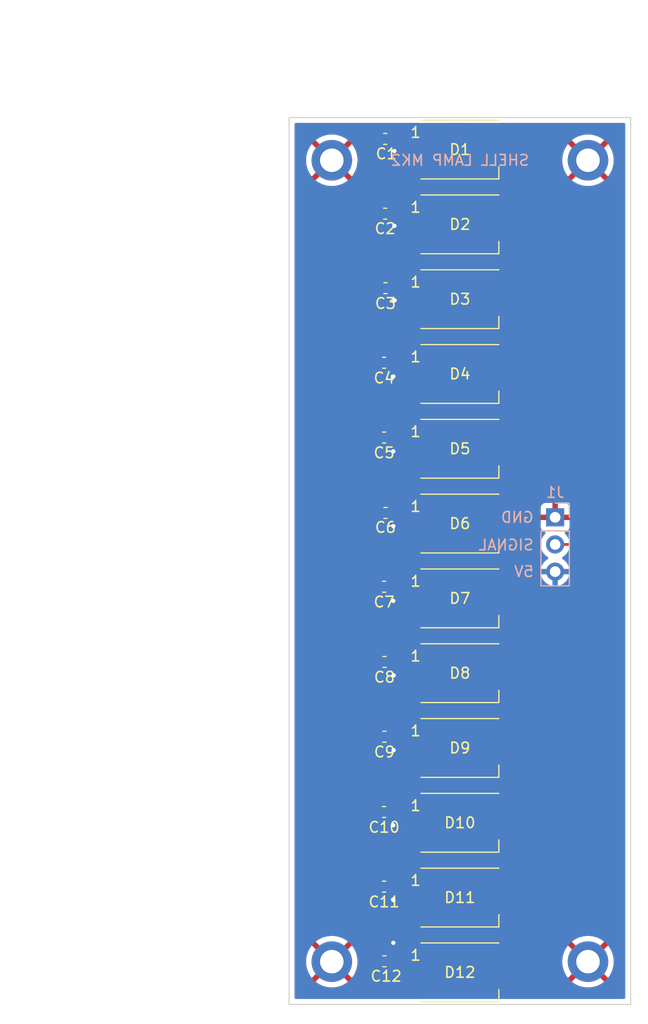
<source format=kicad_pcb>
(kicad_pcb (version 20211014) (generator pcbnew)
  (layers (0 "F.Cu" signal) (31 "B.Cu" signal) (34 "B.Paste" user) (35 "F.Paste" user) (36 "B.SilkS" user "B.Silkscreen") (37 "F.SilkS" user "F.Silkscreen") (38 "B.Mask" user) (39 "F.Mask" user) (44 "Edge.Cuts" user))
  (net 0 "")
  (net 1 "Net-(D1-Pad2)")
  (net 2 "+5V")
  (net 3 "GND")
  (net 4 "Net-(D10-Pad2)")
  (net 5 "Net-(D1-Pad4)")
  (net 6 "Net-(D2-Pad2)")
  (net 7 "Net-(D3-Pad2)")
  (net 8 "Net-(D4-Pad2)")
  (net 9 "Net-(D5-Pad2)")
  (net 10 "Net-(D6-Pad2)")
  (net 11 "Net-(D7-Pad2)")
  (net 12 "Net-(D8-Pad2)")
  (net 13 "Net-(D10-Pad4)")
  (net 14 "Net-(D11-Pad2)")
  (footprint "" (layer "F.Cu") (at 142.3 69.18)
    (fp_text reference "" (at 0 0) (layer "F.SilkS") (effects (font (size 1.27 1.27))))
    (fp_text value "" (at 0 0) (layer "F.SilkS") (effects (font (size 1.27 1.27))))
    (pad "1" thru_hole circle locked (at 0 0) (size 3.8 3.8) (drill 2.2) (layers *.Cu *.Mask) (net 3 "GND"))
  )
  (footprint "LED_SMD:LED_WS2812B_PLCC4_5.0x5.0mm_P3.2mm" (layer "F.Cu") (at 130.3 124.18)
    (fp_text reference "D9" (at 0 0) (layer "F.SilkS"))
    (fp_text value "WS2812B")
    (fp_text user "1" (at -4.15 -1.6) (layer "F.SilkS"))
    (fp_line (start -3.65 -2.75) (end 3.65 -2.75) (layer "F.SilkS") (width 0.12))
    (fp_line (start 3.65 2.75) (end 3.65 1.6) (layer "F.SilkS") (width 0.12))
    (fp_line (start -3.65 2.75) (end 3.65 2.75) (layer "F.SilkS") (width 0.12))
    (pad "1" smd rect (at -2.45 -1.6) (size 1.5 1) (layers "F.Cu" "F.Paste" "F.Mask") (net 2 "+5V"))
    (pad "2" smd rect (at -2.45 1.6) (size 1.5 1) (layers "F.Cu" "F.Paste" "F.Mask") (net 13 "Net-(D10-Pad4)"))
    (pad "3" smd rect (at 2.45 1.6) (size 1.5 1) (layers "F.Cu" "F.Paste" "F.Mask") (net 3 "GND"))
    (pad "4" smd rect (at 2.45 -1.6) (size 1.5 1) (layers "F.Cu" "F.Paste" "F.Mask") (net 12 "Net-(D8-Pad2)"))
  )
  (footprint "LED_SMD:LED_WS2812B_PLCC4_5.0x5.0mm_P3.2mm" (layer "F.Cu") (at 130.3 103.18)
    (fp_text reference "D6" (at 0 0) (layer "F.SilkS"))
    (fp_text value "WS2812B")
    (fp_text user "1" (at -4.15 -1.6) (layer "F.SilkS"))
    (fp_line (start 3.65 2.75) (end 3.65 1.6) (layer "F.SilkS") (width 0.12))
    (fp_line (start -3.65 2.75) (end 3.65 2.75) (layer "F.SilkS") (width 0.12))
    (fp_line (start -3.65 -2.75) (end 3.65 -2.75) (layer "F.SilkS") (width 0.12))
    (pad "1" smd rect (at -2.45 -1.6) (size 1.5 1) (layers "F.Cu" "F.Paste" "F.Mask") (net 2 "+5V"))
    (pad "2" smd rect (at -2.45 1.6) (size 1.5 1) (layers "F.Cu" "F.Paste" "F.Mask") (net 10 "Net-(D6-Pad2)"))
    (pad "3" smd rect (at 2.45 1.6) (size 1.5 1) (layers "F.Cu" "F.Paste" "F.Mask") (net 3 "GND"))
    (pad "4" smd rect (at 2.45 -1.6) (size 1.5 1) (layers "F.Cu" "F.Paste" "F.Mask") (net 9 "Net-(D5-Pad2)"))
  )
  (footprint "LED_SMD:LED_WS2812B_PLCC4_5.0x5.0mm_P3.2mm" (layer "F.Cu") (at 130.3 145.18)
    (fp_text reference "D12" (at 0 0) (layer "F.SilkS"))
    (fp_text value "WS2812B")
    (fp_text user "1" (at -4.15 -1.6) (layer "F.SilkS"))
    (fp_line (start -3.65 2.75) (end 3.65 2.75) (layer "F.SilkS") (width 0.12))
    (fp_line (start -3.65 -2.75) (end 3.65 -2.75) (layer "F.SilkS") (width 0.12))
    (fp_line (start 3.65 2.75) (end 3.65 1.6) (layer "F.SilkS") (width 0.12))
    (pad "1" smd rect (at -2.45 -1.6) (size 1.5 1) (layers "F.Cu" "F.Paste" "F.Mask") (net 2 "+5V"))
    (pad "2" smd rect (at -2.45 1.6) (size 1.5 1) (layers "F.Cu" "F.Paste" "F.Mask"))
    (pad "3" smd rect (at 2.45 1.6) (size 1.5 1) (layers "F.Cu" "F.Paste" "F.Mask") (net 3 "GND"))
    (pad "4" smd rect (at 2.45 -1.6) (size 1.5 1) (layers "F.Cu" "F.Paste" "F.Mask") (net 14 "Net-(D11-Pad2)"))
  )
  (footprint "Capacitor_SMD:C_0603_1608Metric_Pad1.08x0.95mm_HandSolder" (layer "F.Cu") (at 123.3265 81.15 180)
    (fp_text reference "C3" (at 0 -1.43) (layer "F.SilkS"))
    (fp_text value "C")
    (fp_line (start -0.146267 0.51) (end 0.146267 0.51) (layer "F.SilkS") (width 0.12))
    (fp_line (start -0.146267 -0.51) (end 0.146267 -0.51) (layer "F.SilkS") (width 0.12))
    (pad "1" smd roundrect (at -0.8625 0 180) (size 1.075 0.95) (layers "F.Cu" "F.Paste" "F.Mask") (net 2 "+5V"))
    (pad "2" smd roundrect (at 0.8625 0 180) (size 1.075 0.95) (layers "F.Cu" "F.Paste" "F.Mask") (net 3 "GND"))
  )
  (footprint "Capacitor_SMD:C_0603_1608Metric_Pad1.08x0.95mm_HandSolder" (layer "F.Cu") (at 123.2315 123.129 180)
    (fp_text reference "C9" (at 0 -1.43) (layer "F.SilkS"))
    (fp_text value "C")
    (fp_line (start -0.146267 -0.51) (end 0.146267 -0.51) (layer "F.SilkS") (width 0.12))
    (fp_line (start -0.146267 0.51) (end 0.146267 0.51) (layer "F.SilkS") (width 0.12))
    (pad "1" smd roundrect (at -0.8625 0 180) (size 1.075 0.95) (layers "F.Cu" "F.Paste" "F.Mask") (net 2 "+5V"))
    (pad "2" smd roundrect (at 0.8625 0 180) (size 1.075 0.95) (layers "F.Cu" "F.Paste" "F.Mask") (net 3 "GND"))
  )
  (footprint "LED_SMD:LED_WS2812B_PLCC4_5.0x5.0mm_P3.2mm" (layer "F.Cu") (at 130.3 131.18)
    (fp_text reference "D10" (at 0 0) (layer "F.SilkS"))
    (fp_text value "WS2812B")
    (fp_text user "1" (at -4.15 -1.6) (layer "F.SilkS"))
    (fp_line (start 3.65 2.75) (end 3.65 1.6) (layer "F.SilkS") (width 0.12))
    (fp_line (start -3.65 2.75) (end 3.65 2.75) (layer "F.SilkS") (width 0.12))
    (fp_line (start -3.65 -2.75) (end 3.65 -2.75) (layer "F.SilkS") (width 0.12))
    (pad "1" smd rect (at -2.45 -1.6) (size 1.5 1) (layers "F.Cu" "F.Paste" "F.Mask") (net 2 "+5V"))
    (pad "2" smd rect (at -2.45 1.6) (size 1.5 1) (layers "F.Cu" "F.Paste" "F.Mask") (net 4 "Net-(D10-Pad2)"))
    (pad "3" smd rect (at 2.45 1.6) (size 1.5 1) (layers "F.Cu" "F.Paste" "F.Mask") (net 3 "GND"))
    (pad "4" smd rect (at 2.45 -1.6) (size 1.5 1) (layers "F.Cu" "F.Paste" "F.Mask") (net 13 "Net-(D10-Pad4)"))
  )
  (footprint "Capacitor_SMD:C_0603_1608Metric_Pad1.08x0.95mm_HandSolder" (layer "F.Cu") (at 123.1995 88.129 180)
    (fp_text reference "C4" (at 0 -1.43) (layer "F.SilkS"))
    (fp_text value "C")
    (fp_line (start -0.146267 -0.51) (end 0.146267 -0.51) (layer "F.SilkS") (width 0.12))
    (fp_line (start -0.146267 0.51) (end 0.146267 0.51) (layer "F.SilkS") (width 0.12))
    (pad "1" smd roundrect (at -0.8625 0 180) (size 1.075 0.95) (layers "F.Cu" "F.Paste" "F.Mask") (net 2 "+5V"))
    (pad "2" smd roundrect (at 0.8625 0 180) (size 1.075 0.95) (layers "F.Cu" "F.Paste" "F.Mask") (net 3 "GND"))
  )
  (footprint "Capacitor_SMD:C_0603_1608Metric_Pad1.08x0.95mm_HandSolder" (layer "F.Cu") (at 123.1995 109.09 180)
    (fp_text reference "C7" (at 0 -1.43) (layer "F.SilkS"))
    (fp_text value "C")
    (fp_line (start -0.146267 0.51) (end 0.146267 0.51) (layer "F.SilkS") (width 0.12))
    (fp_line (start -0.146267 -0.51) (end 0.146267 -0.51) (layer "F.SilkS") (width 0.12))
    (pad "1" smd roundrect (at -0.8625 0 180) (size 1.075 0.95) (layers "F.Cu" "F.Paste" "F.Mask") (net 2 "+5V"))
    (pad "2" smd roundrect (at 0.8625 0 180) (size 1.075 0.95) (layers "F.Cu" "F.Paste" "F.Mask") (net 3 "GND"))
  )
  (footprint "LED_SMD:LED_WS2812B_PLCC4_5.0x5.0mm_P3.2mm" (layer "F.Cu") (at 130.3 75.18)
    (fp_text reference "D2" (at 0 0) (layer "F.SilkS"))
    (fp_text value "WS2812B")
    (fp_text user "1" (at -4.15 -1.6) (layer "F.SilkS"))
    (fp_line (start -3.65 2.75) (end 3.65 2.75) (layer "F.SilkS") (width 0.12))
    (fp_line (start 3.65 2.75) (end 3.65 1.6) (layer "F.SilkS") (width 0.12))
    (fp_line (start -3.65 -2.75) (end 3.65 -2.75) (layer "F.SilkS") (width 0.12))
    (pad "1" smd rect (at -2.45 -1.6) (size 1.5 1) (layers "F.Cu" "F.Paste" "F.Mask") (net 2 "+5V"))
    (pad "2" smd rect (at -2.45 1.6) (size 1.5 1) (layers "F.Cu" "F.Paste" "F.Mask") (net 6 "Net-(D2-Pad2)"))
    (pad "3" smd rect (at 2.45 1.6) (size 1.5 1) (layers "F.Cu" "F.Paste" "F.Mask") (net 3 "GND"))
    (pad "4" smd rect (at 2.45 -1.6) (size 1.5 1) (layers "F.Cu" "F.Paste" "F.Mask") (net 1 "Net-(D1-Pad2)"))
  )
  (footprint "LED_SMD:LED_WS2812B_PLCC4_5.0x5.0mm_P3.2mm" (layer "F.Cu") (at 130.3 82.18)
    (fp_text reference "D3" (at 0 0) (layer "F.SilkS"))
    (fp_text value "WS2812B")
    (fp_text user "1" (at -4.15 -1.6) (layer "F.SilkS"))
    (fp_line (start -3.65 2.75) (end 3.65 2.75) (layer "F.SilkS") (width 0.12))
    (fp_line (start -3.65 -2.75) (end 3.65 -2.75) (layer "F.SilkS") (width 0.12))
    (fp_line (start 3.65 2.75) (end 3.65 1.6) (layer "F.SilkS") (width 0.12))
    (pad "1" smd rect (at -2.45 -1.6) (size 1.5 1) (layers "F.Cu" "F.Paste" "F.Mask") (net 2 "+5V"))
    (pad "2" smd rect (at -2.45 1.6) (size 1.5 1) (layers "F.Cu" "F.Paste" "F.Mask") (net 7 "Net-(D3-Pad2)"))
    (pad "3" smd rect (at 2.45 1.6) (size 1.5 1) (layers "F.Cu" "F.Paste" "F.Mask") (net 3 "GND"))
    (pad "4" smd rect (at 2.45 -1.6) (size 1.5 1) (layers "F.Cu" "F.Paste" "F.Mask") (net 6 "Net-(D2-Pad2)"))
  )
  (footprint "Capacitor_SMD:C_0603_1608Metric_Pad1.08x0.95mm_HandSolder" (layer "F.Cu") (at 123.3 74.18 180)
    (fp_text reference "C2" (at 0 -1.397) (layer "F.SilkS"))
    (fp_text value "C")
    (fp_line (start -0.146267 -0.51) (end 0.146267 -0.51) (layer "F.SilkS") (width 0.12))
    (fp_line (start -0.146267 0.51) (end 0.146267 0.51) (layer "F.SilkS") (width 0.12))
    (pad "1" smd roundrect (at -0.8625 0 180) (size 1.075 0.95) (layers "F.Cu" "F.Paste" "F.Mask") (net 2 "+5V"))
    (pad "2" smd roundrect (at 0.8625 0 180) (size 1.075 0.95) (layers "F.Cu" "F.Paste" "F.Mask") (net 3 "GND"))
  )
  (footprint "Capacitor_SMD:C_0603_1608Metric_Pad1.08x0.95mm_HandSolder" (layer "F.Cu") (at 123.1995 95.129 180)
    (fp_text reference "C5" (at 0 -1.43) (layer "F.SilkS"))
    (fp_text value "C")
    (fp_line (start -0.146267 0.51) (end 0.146267 0.51) (layer "F.SilkS") (width 0.12))
    (fp_line (start -0.146267 -0.51) (end 0.146267 -0.51) (layer "F.SilkS") (width 0.12))
    (pad "1" smd roundrect (at -0.8625 0 180) (size 1.075 0.95) (layers "F.Cu" "F.Paste" "F.Mask") (net 2 "+5V"))
    (pad "2" smd roundrect (at 0.8625 0 180) (size 1.075 0.95) (layers "F.Cu" "F.Paste" "F.Mask") (net 3 "GND"))
  )
  (footprint "Capacitor_SMD:C_0603_1608Metric_Pad1.08x0.95mm_HandSolder" (layer "F.Cu") (at 123.3265 102.187258 180)
    (fp_text reference "C6" (at 0 -1.352258) (layer "F.SilkS"))
    (fp_text value "C")
    (fp_line (start -0.146267 0.51) (end 0.146267 0.51) (layer "F.SilkS") (width 0.12))
    (fp_line (start -0.146267 -0.51) (end 0.146267 -0.51) (layer "F.SilkS") (width 0.12))
    (pad "1" smd roundrect (at -0.8625 0 180) (size 1.075 0.95) (layers "F.Cu" "F.Paste" "F.Mask") (net 2 "+5V"))
    (pad "2" smd roundrect (at 0.8625 0 180) (size 1.075 0.95) (layers "F.Cu" "F.Paste" "F.Mask") (net 3 "GND"))
  )
  (footprint "LED_SMD:LED_WS2812B_PLCC4_5.0x5.0mm_P3.2mm" (layer "F.Cu") (at 130.3 138.18)
    (fp_text reference "D11" (at 0 0) (layer "F.SilkS"))
    (fp_text value "WS2812B")
    (fp_text user "1" (at -4.15 -1.6) (layer "F.SilkS"))
    (fp_line (start -3.65 -2.75) (end 3.65 -2.75) (layer "F.SilkS") (width 0.12))
    (fp_line (start 3.65 2.75) (end 3.65 1.6) (layer "F.SilkS") (width 0.12))
    (fp_line (start -3.65 2.75) (end 3.65 2.75) (layer "F.SilkS") (width 0.12))
    (pad "1" smd rect (at -2.45 -1.6) (size 1.5 1) (layers "F.Cu" "F.Paste" "F.Mask") (net 2 "+5V"))
    (pad "2" smd rect (at -2.45 1.6) (size 1.5 1) (layers "F.Cu" "F.Paste" "F.Mask") (net 14 "Net-(D11-Pad2)"))
    (pad "3" smd rect (at 2.45 1.6) (size 1.5 1) (layers "F.Cu" "F.Paste" "F.Mask") (net 3 "GND"))
    (pad "4" smd rect (at 2.45 -1.6) (size 1.5 1) (layers "F.Cu" "F.Paste" "F.Mask") (net 4 "Net-(D10-Pad2)"))
  )
  (footprint "LED_SMD:LED_WS2812B_PLCC4_5.0x5.0mm_P3.2mm" (layer "F.Cu") (at 130.3 117.18)
    (fp_text reference "D8" (at 0 0) (layer "F.SilkS"))
    (fp_text value "WS2812B")
    (fp_text user "1" (at -4.15 -1.6) (layer "F.SilkS"))
    (fp_line (start -3.65 -2.75) (end 3.65 -2.75) (layer "F.SilkS") (width 0.12))
    (fp_line (start 3.65 2.75) (end 3.65 1.6) (layer "F.SilkS") (width 0.12))
    (fp_line (start -3.65 2.75) (end 3.65 2.75) (layer "F.SilkS") (width 0.12))
    (pad "1" smd rect (at -2.45 -1.6) (size 1.5 1) (layers "F.Cu" "F.Paste" "F.Mask") (net 2 "+5V"))
    (pad "2" smd rect (at -2.45 1.6) (size 1.5 1) (layers "F.Cu" "F.Paste" "F.Mask") (net 12 "Net-(D8-Pad2)"))
    (pad "3" smd rect (at 2.45 1.6) (size 1.5 1) (layers "F.Cu" "F.Paste" "F.Mask") (net 3 "GND"))
    (pad "4" smd rect (at 2.45 -1.6) (size 1.5 1) (layers "F.Cu" "F.Paste" "F.Mask") (net 11 "Net-(D7-Pad2)"))
  )
  (footprint "Capacitor_SMD:C_0603_1608Metric_Pad1.08x0.95mm_HandSolder" (layer "F.Cu") (at 123.2315 116.129 180)
    (fp_text reference "C8" (at 0 -1.43) (layer "F.SilkS"))
    (fp_text value "C")
    (fp_line (start -0.146267 0.51) (end 0.146267 0.51) (layer "F.SilkS") (width 0.12))
    (fp_line (start -0.146267 -0.51) (end 0.146267 -0.51) (layer "F.SilkS") (width 0.12))
    (pad "1" smd roundrect (at -0.8625 0 180) (size 1.075 0.95) (layers "F.Cu" "F.Paste" "F.Mask") (net 2 "+5V"))
    (pad "2" smd roundrect (at 0.8625 0 180) (size 1.075 0.95) (layers "F.Cu" "F.Paste" "F.Mask") (net 3 "GND"))
  )
  (footprint "Capacitor_SMD:C_0603_1608Metric_Pad1.08x0.95mm_HandSolder" (layer "F.Cu") (at 123.3 67.18 180)
    (fp_text reference "C1" (at -0.1005 -1.397) (layer "F.SilkS"))
    (fp_text value "C")
    (fp_line (start -0.146267 0.51) (end 0.146267 0.51) (layer "F.SilkS") (width 0.12))
    (fp_line (start -0.146267 -0.51) (end 0.146267 -0.51) (layer "F.SilkS") (width 0.12))
    (pad "1" smd roundrect (at -0.8625 0 180) (size 1.075 0.95) (layers "F.Cu" "F.Paste" "F.Mask") (net 2 "+5V"))
    (pad "2" smd roundrect (at 0.8625 0 180) (size 1.075 0.95) (layers "F.Cu" "F.Paste" "F.Mask") (net 3 "GND"))
  )
  (footprint "Capacitor_SMD:C_0603_1608Metric_Pad1.08x0.95mm_HandSolder" (layer "F.Cu") (at 123.1995 130.172 180)
    (fp_text reference "C10" (at 0 -1.43) (layer "F.SilkS"))
    (fp_text value "C")
    (fp_line (start -0.146267 -0.51) (end 0.146267 -0.51) (layer "F.SilkS") (width 0.12))
    (fp_line (start -0.146267 0.51) (end 0.146267 0.51) (layer "F.SilkS") (width 0.12))
    (pad "1" smd roundrect (at -0.8625 0 180) (size 1.075 0.95) (layers "F.Cu" "F.Paste" "F.Mask") (net 2 "+5V"))
    (pad "2" smd roundrect (at 0.8625 0 180) (size 1.075 0.95) (layers "F.Cu" "F.Paste" "F.Mask") (net 3 "GND"))
  )
  (footprint "LED_SMD:LED_WS2812B_PLCC4_5.0x5.0mm_P3.2mm" (layer "F.Cu") (at 130.3 89.18)
    (fp_text reference "D4" (at 0 0) (layer "F.SilkS"))
    (fp_text value "WS2812B")
    (fp_text user "1" (at -4.15 -1.6) (layer "F.SilkS"))
    (fp_line (start -3.65 -2.75) (end 3.65 -2.75) (layer "F.SilkS") (width 0.12))
    (fp_line (start -3.65 2.75) (end 3.65 2.75) (layer "F.SilkS") (width 0.12))
    (fp_line (start 3.65 2.75) (end 3.65 1.6) (layer "F.SilkS") (width 0.12))
    (pad "1" smd rect (at -2.45 -1.6) (size 1.5 1) (layers "F.Cu" "F.Paste" "F.Mask") (net 2 "+5V"))
    (pad "2" smd rect (at -2.45 1.6) (size 1.5 1) (layers "F.Cu" "F.Paste" "F.Mask") (net 8 "Net-(D4-Pad2)"))
    (pad "3" smd rect (at 2.45 1.6) (size 1.5 1) (layers "F.Cu" "F.Paste" "F.Mask") (net 3 "GND"))
    (pad "4" smd rect (at 2.45 -1.6) (size 1.5 1) (layers "F.Cu" "F.Paste" "F.Mask") (net 7 "Net-(D3-Pad2)"))
  )
  (footprint "LED_SMD:LED_WS2812B_PLCC4_5.0x5.0mm_P3.2mm" (layer "F.Cu") (at 130.3 68.18)
    (fp_text reference "D1" (at 0 0) (layer "F.SilkS"))
    (fp_text value "WS2812B")
    (fp_text user "1" (at -4.15 -1.6) (layer "F.SilkS"))
    (fp_line (start -3.65 -2.75) (end 3.65 -2.75) (layer "F.SilkS") (width 0.12))
    (fp_line (start 3.65 2.75) (end 3.65 1.6) (layer "F.SilkS") (width 0.12))
    (fp_line (start -3.65 2.75) (end 3.65 2.75) (layer "F.SilkS") (width 0.12))
    (pad "1" smd rect (at -2.45 -1.6) (size 1.5 1) (layers "F.Cu" "F.Paste" "F.Mask") (net 2 "+5V"))
    (pad "2" smd rect (at -2.45 1.6) (size 1.5 1) (layers "F.Cu" "F.Paste" "F.Mask") (net 1 "Net-(D1-Pad2)"))
    (pad "3" smd rect (at 2.45 1.6) (size 1.5 1) (layers "F.Cu" "F.Paste" "F.Mask") (net 3 "GND"))
    (pad "4" smd rect (at 2.45 -1.6) (size 1.5 1) (layers "F.Cu" "F.Paste" "F.Mask") (net 5 "Net-(D1-Pad4)"))
  )
  (footprint "LED_SMD:LED_WS2812B_PLCC4_5.0x5.0mm_P3.2mm" (layer "F.Cu") (at 130.3 96.18)
    (fp_text reference "D5" (at 0 0) (layer "F.SilkS"))
    (fp_text value "WS2812B")
    (fp_text user "1" (at -4.15 -1.6) (layer "F.SilkS"))
    (fp_line (start -3.65 2.75) (end 3.65 2.75) (layer "F.SilkS") (width 0.12))
    (fp_line (start -3.65 -2.75) (end 3.65 -2.75) (layer "F.SilkS") (width 0.12))
    (fp_line (start 3.65 2.75) (end 3.65 1.6) (layer "F.SilkS") (width 0.12))
    (pad "1" smd rect (at -2.45 -1.6) (size 1.5 1) (layers "F.Cu" "F.Paste" "F.Mask") (net 2 "+5V"))
    (pad "2" smd rect (at -2.45 1.6) (size 1.5 1) (layers "F.Cu" "F.Paste" "F.Mask") (net 9 "Net-(D5-Pad2)"))
    (pad "3" smd rect (at 2.45 1.6) (size 1.5 1) (layers "F.Cu" "F.Paste" "F.Mask") (net 3 "GND"))
    (pad "4" smd rect (at 2.45 -1.6) (size 1.5 1) (layers "F.Cu" "F.Paste" "F.Mask") (net 8 "Net-(D4-Pad2)"))
  )
  (footprint "Capacitor_SMD:C_0603_1608Metric_Pad1.08x0.95mm_HandSolder" (layer "F.Cu") (at 123.2315 144.142 180)
    (fp_text reference "C12" (at -0.159 -1.397) (layer "F.SilkS"))
    (fp_text value "C")
    (fp_line (start -0.146267 -0.51) (end 0.146267 -0.51) (layer "F.SilkS") (width 0.12))
    (fp_line (start -0.146267 0.51) (end 0.146267 0.51) (layer "F.SilkS") (width 0.12))
    (pad "1" smd roundrect (at -0.8625 0 180) (size 1.075 0.95) (layers "F.Cu" "F.Paste" "F.Mask") (net 2 "+5V"))
    (pad "2" smd roundrect (at 0.8625 0 180) (size 1.075 0.95) (layers "F.Cu" "F.Paste" "F.Mask") (net 3 "GND"))
  )
  (footprint "" (layer "F.Cu") (at 118.3 144.18)
    (fp_text reference "" (at 0 0) (layer "F.SilkS") (effects (font (size 1.27 1.27))))
    (fp_text value "" (at 0 0) (layer "F.SilkS") (effects (font (size 1.27 1.27))))
    (pad "1" thru_hole circle locked (at 0 0) (size 3.8 3.8) (drill 2.2) (layers *.Cu *.Mask) (net 3 "GND"))
  )
  (footprint "" (layer "F.Cu") (at 142.3 144.18)
    (fp_text reference "" (at 0 0) (layer "F.SilkS") (effects (font (size 1.27 1.27))))
    (fp_text value "" (at 0 0) (layer "F.SilkS") (effects (font (size 1.27 1.27))))
    (pad "1" thru_hole circle locked (at 0 0) (size 3.8 3.8) (drill 2.2) (layers *.Cu *.Mask) (net 3 "GND"))
  )
  (footprint "Capacitor_SMD:C_0603_1608Metric_Pad1.08x0.95mm_HandSolder" (layer "F.Cu") (at 123.1995 137.157 180)
    (fp_text reference "C11" (at 0 -1.43) (layer "F.SilkS"))
    (fp_text value "C")
    (fp_line (start -0.146267 -0.51) (end 0.146267 -0.51) (layer "F.SilkS") (width 0.12))
    (fp_line (start -0.146267 0.51) (end 0.146267 0.51) (layer "F.SilkS") (width 0.12))
    (pad "1" smd roundrect (at -0.8625 0 180) (size 1.075 0.95) (layers "F.Cu" "F.Paste" "F.Mask") (net 2 "+5V"))
    (pad "2" smd roundrect (at 0.8625 0 180) (size 1.075 0.95) (layers "F.Cu" "F.Paste" "F.Mask") (net 3 "GND"))
  )
  (footprint "" (layer "F.Cu") (at 118.3 69.18)
    (fp_text reference "" (at 0 0) (layer "F.SilkS") (effects (font (size 1.27 1.27))))
    (fp_text value "" (at 0 0) (layer "F.SilkS") (effects (font (size 1.27 1.27))))
    (pad "1" thru_hole circle locked (at 0 0) (size 3.8 3.8) (drill 2.2) (layers *.Cu *.Mask) (net 3 "GND"))
  )
  (footprint "LED_SMD:LED_WS2812B_PLCC4_5.0x5.0mm_P3.2mm" (layer "F.Cu") (at 130.3 110.18)
    (fp_text reference "D7" (at 0 0) (layer "F.SilkS"))
    (fp_text value "WS2812B")
    (fp_text user "1" (at -4.15 -1.6) (layer "F.SilkS"))
    (fp_line (start 3.65 2.75) (end 3.65 1.6) (layer "F.SilkS") (width 0.12))
    (fp_line (start -3.65 2.75) (end 3.65 2.75) (layer "F.SilkS") (width 0.12))
    (fp_line (start -3.65 -2.75) (end 3.65 -2.75) (layer "F.SilkS") (width 0.12))
    (pad "1" smd rect (at -2.45 -1.6) (size 1.5 1) (layers "F.Cu" "F.Paste" "F.Mask") (net 2 "+5V"))
    (pad "2" smd rect (at -2.45 1.6) (size 1.5 1) (layers "F.Cu" "F.Paste" "F.Mask") (net 11 "Net-(D7-Pad2)"))
    (pad "3" smd rect (at 2.45 1.6) (size 1.5 1) (layers "F.Cu" "F.Paste" "F.Mask") (net 3 "GND"))
    (pad "4" smd rect (at 2.45 -1.6) (size 1.5 1) (layers "F.Cu" "F.Paste" "F.Mask") (net 10 "Net-(D6-Pad2)"))
  )
  (footprint "Connector_PinHeader_2.54mm:PinHeader_1x03_P2.54mm_Vertical" (layer "B.Cu") (at 139.222 102.597 180)
    (fp_text reference "J1" (at 0 2.33) (layer "B.SilkS") (effects (justify mirror)))
    (fp_text value "Conn_01x03_Female")
    (fp_line (start -1.33 1.33) (end 0 1.33) (layer "B.SilkS") (width 0.12))
    (fp_line (start -1.33 -6.41) (end 1.33 -6.41) (layer "B.SilkS") (width 0.12))
    (fp_line (start -1.33 -1.27) (end -1.33 -6.41) (layer "B.SilkS") (width 0.12))
    (fp_line (start -1.33 -1.27) (end 1.33 -1.27) (layer "B.SilkS") (width 0.12))
    (fp_line (start -1.33 0) (end -1.33 1.33) (layer "B.SilkS") (width 0.12))
    (fp_line (start 1.33 -1.27) (end 1.33 -6.41) (layer "B.SilkS") (width 0.12))
    (pad "1" thru_hole rect (at 0 0 180) (size 1.7 1.7) (drill 1) (layers *.Cu *.Mask) (net 3 "GND"))
    (pad "2" thru_hole oval (at 0 -2.54 180) (size 1.7 1.7) (drill 1) (layers *.Cu *.Mask) (net 5 "Net-(D1-Pad4)"))
    (pad "3" thru_hole oval (at 0 -5.08 180) (size 1.7 1.7) (drill 1) (layers *.Cu *.Mask) (net 2 "+5V"))
  )
  (gr_line (start 114.3 65.18) (end 146.3 65.18) (layer "Edge.Cuts") (width 0.1))
  (gr_line (start 114.3 65.18) (end 114.3 148.18) (layer "Edge.Cuts") (width 0.1))
  (gr_line (start 114.3 148.18) (end 146.3 148.18) (layer "Edge.Cuts") (width 0.1))
  (gr_line (start 146.3 65.18) (end 146.3 148.18) (layer "Edge.Cuts") (width 0.1))
  (gr_text "SHELL LAMP MK2" (at 130.3 69.18) (layer "B.SilkS") (effects (font (size 1 1)) (justify mirror)))
  (gr_text "SIGNAL" (at 137.3 105.18) (layer "B.SilkS") (effects (font (size 1 1)) (justify left mirror)))
  (gr_text "5V" (at 137.3 107.677) (layer "B.SilkS") (effects (font (size 1 1)) (justify left mirror)))
  (gr_text "GND" (at 137.3 102.597) (layer "B.SilkS") (effects (font (size 1 1)) (justify left mirror)))
  (segment (start 132.75 73.58) (end 131.65 73.58) (width 0.25) (layer "F.Cu") (net 1))
  (segment (start 131.65 73.58) (end 127.85 69.78) (width 0.25) (layer "F.Cu") (net 1))
  (segment (start 127.85 122.58) (end 124.643 122.58) (width 0.25) (layer "F.Cu") (net 2))
  (segment (start 124.094 116.129) (end 124.643 115.58) (width 0.25) (layer "F.Cu") (net 2))
  (segment (start 127.85 94.58) (end 124.611 94.58) (width 0.25) (layer "F.Cu") (net 2))
  (segment (start 124.062 95.129) (end 124.062 96.418) (width 0.25) (layer "F.Cu") (net 2))
  (segment (start 124.1625 68.3175) (end 124.1625 74.18) (width 0.25) (layer "F.Cu") (net 2))
  (segment (start 124.062 144.11) (end 124.094 144.142) (width 0.25) (layer "F.Cu") (net 2))
  (segment (start 127.85 87.58) (end 124.611 87.58) (width 0.25) (layer "F.Cu") (net 2))
  (segment (start 124.1625 74.18) (end 124.7625 73.58) (width 0.25) (layer "F.Cu") (net 2))
  (segment (start 124.094 117.386) (end 124.094 123.129) (width 0.25) (layer "F.Cu") (net 2))
  (segment (start 124.611 87.58) (end 124.062 88.129) (width 0.25) (layer "F.Cu") (net 2))
  (segment (start 124.654 129.58) (end 124.062 130.172) (width 0.25) (layer "F.Cu") (net 2))
  (segment (start 124.062 102.060258) (end 124.189 102.187258) (width 0.25) (layer "F.Cu") (net 2))
  (segment (start 124.062 89.418) (end 124.062 95.129) (width 0.25) (layer "F.Cu") (net 2))
  (segment (start 124.094 124.386) (end 124.094 130.14) (width 0.25) (layer "F.Cu") (net 2))
  (segment (start 124.062 137.157) (end 124.062 138.418) (width 0.25) (layer "F.Cu") (net 2))
  (segment (start 124.1625 75.3175) (end 124.1625 81.1235) (width 0.25) (layer "F.Cu") (net 2))
  (segment (start 127.85 108.58) (end 124.572 108.58) (width 0.25) (layer "F.Cu") (net 2))
  (segment (start 124.062 116.097) (end 124.094 116.129) (width 0.25) (layer "F.Cu") (net 2))
  (segment (start 124.189 88.002) (end 124.062 88.129) (width 0.25) (layer "F.Cu") (net 2))
  (segment (start 124.572 108.58) (end 124.062 109.09) (width 0.25) (layer "F.Cu") (net 2))
  (segment (start 124.759 80.58) (end 124.189 81.15) (width 0.25) (layer "F.Cu") (net 2))
  (segment (start 124.094 123.129) (end 124.094 124.386) (width 0.25) (layer "F.Cu") (net 2))
  (segment (start 127.85 101.58) (end 124.796258 101.58) (width 0.25) (layer "F.Cu") (net 2))
  (segment (start 124.611 94.58) (end 124.062 95.129) (width 0.25) (layer "F.Cu") (net 2))
  (segment (start 124.643 115.58) (end 127.85 115.58) (width 0.25) (layer "F.Cu") (net 2))
  (segment (start 124.062 96.418) (end 124.062 102.060258) (width 0.25) (layer "F.Cu") (net 2))
  (segment (start 127.85 143.58) (end 124.656 143.58) (width 0.25) (layer "F.Cu") (net 2))
  (segment (start 124.062 88.129) (end 124.062 89.418) (width 0.25) (layer "F.Cu") (net 2))
  (segment (start 124.643 122.58) (end 124.094 123.129) (width 0.25) (layer "F.Cu") (net 2))
  (segment (start 124.796258 101.58) (end 124.189 102.187258) (width 0.25) (layer "F.Cu") (net 2))
  (segment (start 124.7625 66.58) (end 124.1625 67.18) (width 0.25) (layer "F.Cu") (net 2))
  (segment (start 124.062 102.314258) (end 124.189 102.187258) (width 0.25) (layer "F.Cu") (net 2))
  (segment (start 127.85 129.58) (end 124.654 129.58) (width 0.25) (layer "F.Cu") (net 2))
  (segment (start 124.639 136.58) (end 124.062 137.157) (width 0.25) (layer "F.Cu") (net 2))
  (segment (start 124.062 109.09) (end 124.062 110.418) (width 0.25) (layer "F.Cu") (net 2))
  (segment (start 124.1625 74.18) (end 124.1625 75.3175) (width 0.25) (layer "F.Cu") (net 2))
  (segment (start 124.062 142.418) (end 124.062 144.11) (width 0.25) (layer "F.Cu") (net 2))
  (segment (start 124.094 130.14) (end 124.062 130.172) (width 0.25) (layer "F.Cu") (net 2))
  (segment (start 124.1625 67.18) (end 124.1625 68.3175) (width 0.25) (layer "F.Cu") (net 2))
  (segment (start 124.189 81.15) (end 124.189 82.291) (width 0.25) (layer "F.Cu") (net 2))
  (segment (start 124.062 138.418) (end 124.062 142.418) (width 0.25) (layer "F.Cu") (net 2))
  (segment (start 124.062 110.418) (end 124.062 116.097) (width 0.25) (layer "F.Cu") (net 2))
  (segment (start 124.062 131.418) (end 124.062 137.157) (width 0.25) (layer "F.Cu") (net 2))
  (segment (start 124.062 130.172) (end 124.062 131.418) (width 0.25) (layer "F.Cu") (net 2))
  (segment (start 127.85 66.58) (end 124.7625 66.58) (width 0.25) (layer "F.Cu") (net 2))
  (segment (start 124.189 82.291) (end 124.189 88.002) (width 0.25) (layer "F.Cu") (net 2))
  (segment (start 127.85 136.58) (end 124.639 136.58) (width 0.25) (layer "F.Cu") (net 2))
  (segment (start 124.094 116.129) (end 124.094 117.386) (width 0.25) (layer "F.Cu") (net 2))
  (segment (start 124.062 103.418) (end 124.062 102.314258) (width 0.25) (layer "F.Cu") (net 2))
  (segment (start 124.062 109.09) (end 124.062 103.418) (width 0.25) (layer "F.Cu") (net 2))
  (segment (start 124.1625 81.1235) (end 124.189 81.15) (width 0.25) (layer "F.Cu") (net 2))
  (segment (start 127.85 80.58) (end 124.759 80.58) (width 0.25) (layer "F.Cu") (net 2))
  (segment (start 124.656 143.58) (end 124.094 144.142) (width 0.25) (layer "F.Cu") (net 2))
  (segment (start 124.7625 73.58) (end 127.85 73.58) (width 0.25) (layer "F.Cu") (net 2))
  (via (at 124.094 117.386) (size 0.8) (drill 0.4) (layers "F.Cu" "B.Cu") (net 2))
  (via (at 124.1625 75.3175) (size 0.8) (drill 0.4) (layers "F.Cu" "B.Cu") (net 2))
  (via (at 124.062 89.418) (size 0.8) (drill 0.4) (layers "F.Cu" "B.Cu") (net 2))
  (via (at 124.189 82.291) (size 0.8) (drill 0.4) (layers "F.Cu" "B.Cu") (net 2))
  (via (at 124.062 110.418) (size 0.8) (drill 0.4) (layers "F.Cu" "B.Cu") (net 2))
  (via (at 124.094 124.386) (size 0.8) (drill 0.4) (layers "F.Cu" "B.Cu") (net 2))
  (via (at 124.062 96.418) (size 0.8) (drill 0.4) (layers "F.Cu" "B.Cu") (net 2))
  (via (at 124.062 131.418) (size 0.8) (drill 0.4) (layers "F.Cu" "B.Cu") (net 2))
  (via (at 124.062 138.418) (size 0.8) (drill 0.4) (layers "F.Cu" "B.Cu") (net 2))
  (via (at 124.062 103.418) (size 0.8) (drill 0.4) (layers "F.Cu" "B.Cu") (net 2))
  (via (at 124.062 142.418) (size 0.8) (drill 0.4) (layers "F.Cu" "B.Cu") (net 2))
  (via (at 124.1625 68.3175) (size 0.8) (drill 0.4) (layers "F.Cu" "B.Cu") (net 2))
  (segment (start 127.85 132.78) (end 128.95 132.78) (width 0.25) (layer "F.Cu") (net 4))
  (segment (start 128.95 132.78) (end 132.75 136.58) (width 0.25) (layer "F.Cu") (net 4))
  (segment (start 141.343 105.137) (end 139.222 105.137) (width 0.25) (layer "F.Cu") (net 5))
  (segment (start 132.75 66.58) (end 135.7 66.58) (width 0.25) (layer "F.Cu") (net 5))
  (segment (start 135.7 66.58) (end 138.3 69.18) (width 0.25) (layer "F.Cu") (net 5))
  (segment (start 138.3 69.18) (end 138.3 93.18) (width 0.25) (layer "F.Cu") (net 5))
  (segment (start 143.3 103.18) (end 141.343 105.137) (width 0.25) (layer "F.Cu") (net 5))
  (segment (start 138.3 93.18) (end 143.3 98.18) (width 0.25) (layer "F.Cu") (net 5))
  (segment (start 143.3 98.18) (end 143.3 103.18) (width 0.25) (layer "F.Cu") (net 5))
  (segment (start 127.85 76.78) (end 128.95 76.78) (width 0.25) (layer "F.Cu") (net 6))
  (segment (start 128.95 76.78) (end 132.75 80.58) (width 0.25) (layer "F.Cu") (net 6))
  (segment (start 128.95 83.78) (end 132.75 87.58) (width 0.25) (layer "F.Cu") (net 7))
  (segment (start 127.85 83.78) (end 128.95 83.78) (width 0.25) (layer "F.Cu") (net 7))
  (segment (start 127.85 90.78) (end 128.95 90.78) (width 0.25) (layer "F.Cu") (net 8))
  (segment (start 128.95 90.78) (end 132.75 94.58) (width 0.25) (layer "F.Cu") (net 8))
  (segment (start 128.95 97.78) (end 132.75 101.58) (width 0.25) (layer "F.Cu") (net 9))
  (segment (start 127.85 97.78) (end 128.95 97.78) (width 0.25) (layer "F.Cu") (net 9))
  (segment (start 127.85 104.78) (end 128.95 104.78) (width 0.25) (layer "F.Cu") (net 10))
  (segment (start 128.95 104.78) (end 132.75 108.58) (width 0.25) (layer "F.Cu") (net 10))
  (segment (start 127.85 111.78) (end 128.95 111.78) (width 0.25) (layer "F.Cu") (net 11))
  (segment (start 128.95 111.78) (end 132.75 115.58) (width 0.25) (layer "F.Cu") (net 11))
  (segment (start 127.85 118.78) (end 128.95 118.78) (width 0.25) (layer "F.Cu") (net 12))
  (segment (start 128.95 118.78) (end 132.75 122.58) (width 0.25) (layer "F.Cu") (net 12))
  (segment (start 127.85 125.78) (end 128.95 125.78) (width 0.25) (layer "F.Cu") (net 13))
  (segment (start 128.95 125.78) (end 132.75 129.58) (width 0.25) (layer "F.Cu") (net 13))
  (segment (start 127.85 139.78) (end 128.95 139.78) (width 0.25) (layer "F.Cu") (net 14))
  (segment (start 128.95 139.78) (end 132.75 143.58) (width 0.25) (layer "F.Cu") (net 14))
  (zone (net 3) (net_name "GND") (layer "F.Cu") (connect_pads (clearance 0.508)) (min_thickness 0.254) (fill yes (thermal_gap 0.508) (thermal_bridge_width 0.508))
    (polygon (pts (xy 146.3 148.18) (xy 114.3 148.18) (xy 114.3 65.18) (xy 146.3 65.18)))
  )
  (zone (net 2) (net_name "+5V") (layer "B.Cu") (connect_pads (clearance 0.508)) (min_thickness 0.254) (fill yes (thermal_gap 0.508) (thermal_bridge_width 0.508))
    (polygon (pts (xy 146.3 148.18) (xy 114.3 148.18) (xy 114.3 65.18) (xy 146.3 65.18)))
  )
)
</source>
